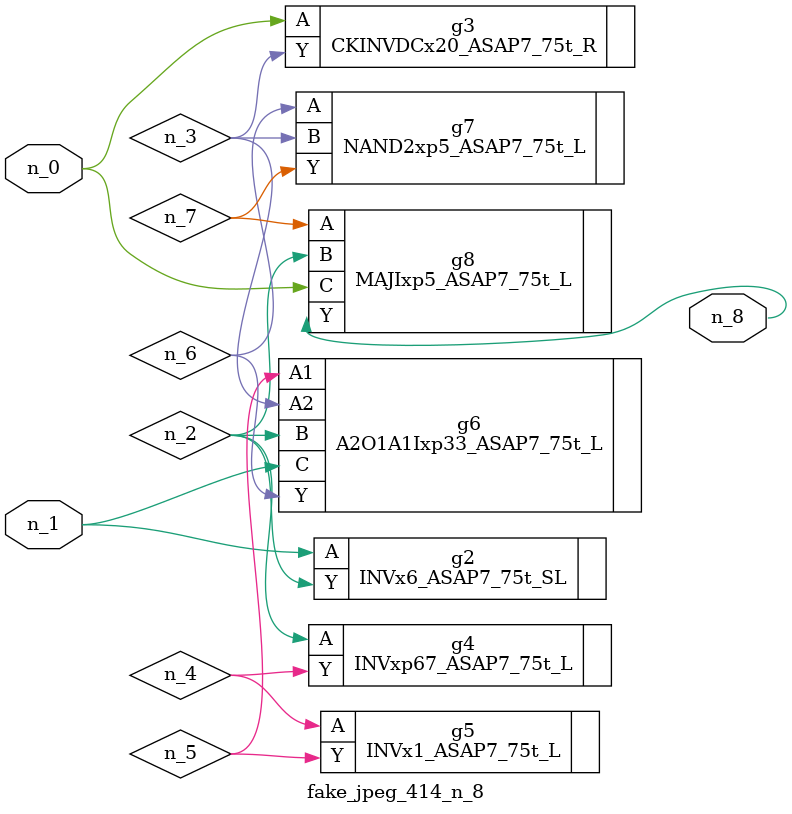
<source format=v>
module fake_jpeg_414_n_8 (n_0, n_1, n_8);

input n_0;
input n_1;

output n_8;

wire n_2;
wire n_3;
wire n_4;
wire n_6;
wire n_5;
wire n_7;

INVx6_ASAP7_75t_SL g2 ( 
.A(n_1),
.Y(n_2)
);

CKINVDCx20_ASAP7_75t_R g3 ( 
.A(n_0),
.Y(n_3)
);

INVxp67_ASAP7_75t_L g4 ( 
.A(n_2),
.Y(n_4)
);

INVx1_ASAP7_75t_L g5 ( 
.A(n_4),
.Y(n_5)
);

A2O1A1Ixp33_ASAP7_75t_L g6 ( 
.A1(n_5),
.A2(n_3),
.B(n_2),
.C(n_1),
.Y(n_6)
);

NAND2xp5_ASAP7_75t_L g7 ( 
.A(n_6),
.B(n_3),
.Y(n_7)
);

MAJIxp5_ASAP7_75t_L g8 ( 
.A(n_7),
.B(n_2),
.C(n_0),
.Y(n_8)
);


endmodule
</source>
